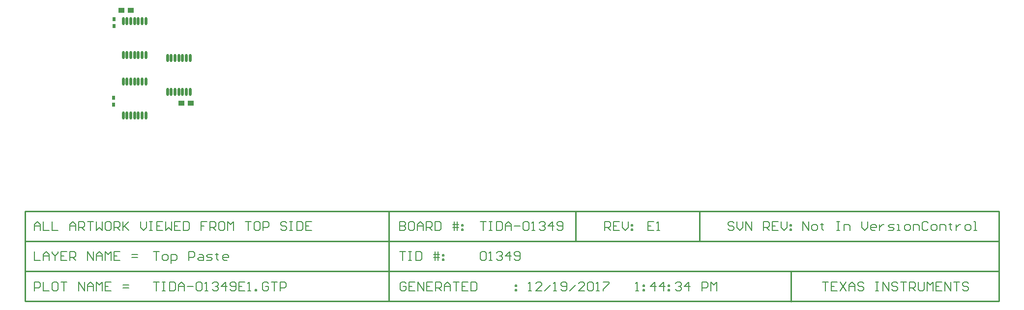
<source format=gtp>
G04 Layer_Color=9021481*
%FSAX25Y25*%
%MOIN*%
G70*
G01*
G75*
%ADD10O,0.01772X0.05512*%
%ADD11R,0.03937X0.03740*%
%ADD12R,0.02362X0.03150*%
%ADD14C,0.00800*%
%ADD16C,0.01000*%
G54D10*
X0121877Y0230014D02*
D03*
X0119318D02*
D03*
X0116759D02*
D03*
X0114200D02*
D03*
X0111641D02*
D03*
X0109082D02*
D03*
X0106523D02*
D03*
X0121877Y0206786D02*
D03*
X0119318D02*
D03*
X0116759D02*
D03*
X0114200D02*
D03*
X0111641D02*
D03*
X0109082D02*
D03*
X0106523D02*
D03*
X0121877Y0189014D02*
D03*
X0119318D02*
D03*
X0116759D02*
D03*
X0114200D02*
D03*
X0111641D02*
D03*
X0109082D02*
D03*
X0106523D02*
D03*
X0121877Y0165786D02*
D03*
X0119318D02*
D03*
X0116759D02*
D03*
X0114200D02*
D03*
X0111641D02*
D03*
X0109082D02*
D03*
X0106523D02*
D03*
X0136523Y0181786D02*
D03*
X0139082D02*
D03*
X0141641D02*
D03*
X0144200D02*
D03*
X0146759D02*
D03*
X0149318D02*
D03*
X0151877D02*
D03*
X0136523Y0205014D02*
D03*
X0139082D02*
D03*
X0141641D02*
D03*
X0144200D02*
D03*
X0146759D02*
D03*
X0149318D02*
D03*
X0151877D02*
D03*
G54D11*
X0105250Y0237300D02*
D03*
X0111550D02*
D03*
X0152150Y0174100D02*
D03*
X0145850D02*
D03*
G54D12*
X0100300Y0226438D02*
D03*
Y0231162D02*
D03*
X0099900Y0173238D02*
D03*
Y0177962D02*
D03*
G54D14*
X0126900Y0073549D02*
X0130899D01*
X0128899D01*
Y0067551D01*
X0133898D02*
X0135897D01*
X0136897Y0068550D01*
Y0070550D01*
X0135897Y0071549D01*
X0133898D01*
X0132898Y0070550D01*
Y0068550D01*
X0133898Y0067551D01*
X0138896Y0065551D02*
Y0071549D01*
X0141895D01*
X0142895Y0070550D01*
Y0068550D01*
X0141895Y0067551D01*
X0138896D01*
X0150892D02*
Y0073549D01*
X0153891D01*
X0154891Y0072549D01*
Y0070550D01*
X0153891Y0069550D01*
X0150892D01*
X0157890Y0071549D02*
X0159889D01*
X0160889Y0070550D01*
Y0067551D01*
X0157890D01*
X0156890Y0068550D01*
X0157890Y0069550D01*
X0160889D01*
X0162888Y0067551D02*
X0165887D01*
X0166887Y0068550D01*
X0165887Y0069550D01*
X0163888D01*
X0162888Y0070550D01*
X0163888Y0071549D01*
X0166887D01*
X0169886Y0072549D02*
Y0071549D01*
X0168886D01*
X0170886D01*
X0169886D01*
Y0068550D01*
X0170886Y0067551D01*
X0176884D02*
X0174884D01*
X0173885Y0068550D01*
Y0070550D01*
X0174884Y0071549D01*
X0176884D01*
X0177884Y0070550D01*
Y0069550D01*
X0173885D01*
X0567400Y0087833D02*
Y0093831D01*
X0571399Y0087833D01*
Y0093831D01*
X0574398Y0087833D02*
X0576397D01*
X0577397Y0088833D01*
Y0090832D01*
X0576397Y0091832D01*
X0574398D01*
X0573398Y0090832D01*
Y0088833D01*
X0574398Y0087833D01*
X0580396Y0092832D02*
Y0091832D01*
X0579396D01*
X0581395D01*
X0580396D01*
Y0088833D01*
X0581395Y0087833D01*
X0590393Y0093831D02*
X0592392D01*
X0591392D01*
Y0087833D01*
X0590393D01*
X0592392D01*
X0595391D02*
Y0091832D01*
X0598390D01*
X0599390Y0090832D01*
Y0087833D01*
X0607387Y0093831D02*
Y0089833D01*
X0609386Y0087833D01*
X0611386Y0089833D01*
Y0093831D01*
X0616384Y0087833D02*
X0614385D01*
X0613385Y0088833D01*
Y0090832D01*
X0614385Y0091832D01*
X0616384D01*
X0617384Y0090832D01*
Y0089833D01*
X0613385D01*
X0619383Y0091832D02*
Y0087833D01*
Y0089833D01*
X0620383Y0090832D01*
X0621383Y0091832D01*
X0622382D01*
X0625381Y0087833D02*
X0628380D01*
X0629380Y0088833D01*
X0628380Y0089833D01*
X0626381D01*
X0625381Y0090832D01*
X0626381Y0091832D01*
X0629380D01*
X0631379Y0087833D02*
X0633379D01*
X0632379D01*
Y0091832D01*
X0631379D01*
X0637377Y0087833D02*
X0639377D01*
X0640376Y0088833D01*
Y0090832D01*
X0639377Y0091832D01*
X0637377D01*
X0636378Y0090832D01*
Y0088833D01*
X0637377Y0087833D01*
X0642376D02*
Y0091832D01*
X0645375D01*
X0646374Y0090832D01*
Y0087833D01*
X0652373Y0092832D02*
X0651373Y0093831D01*
X0649373D01*
X0648374Y0092832D01*
Y0088833D01*
X0649373Y0087833D01*
X0651373D01*
X0652373Y0088833D01*
X0655372Y0087833D02*
X0657371D01*
X0658371Y0088833D01*
Y0090832D01*
X0657371Y0091832D01*
X0655372D01*
X0654372Y0090832D01*
Y0088833D01*
X0655372Y0087833D01*
X0660370D02*
Y0091832D01*
X0663369D01*
X0664369Y0090832D01*
Y0087833D01*
X0667368Y0092832D02*
Y0091832D01*
X0666368D01*
X0668367D01*
X0667368D01*
Y0088833D01*
X0668367Y0087833D01*
X0671366Y0091832D02*
Y0087833D01*
Y0089833D01*
X0672366Y0090832D01*
X0673366Y0091832D01*
X0674365D01*
X0678364Y0087833D02*
X0680364D01*
X0681363Y0088833D01*
Y0090832D01*
X0680364Y0091832D01*
X0678364D01*
X0677364Y0090832D01*
Y0088833D01*
X0678364Y0087833D01*
X0683362D02*
X0685362D01*
X0684362D01*
Y0093831D01*
X0683362D01*
X0520799Y0092832D02*
X0519799Y0093831D01*
X0517800D01*
X0516800Y0092832D01*
Y0091832D01*
X0517800Y0090832D01*
X0519799D01*
X0520799Y0089833D01*
Y0088833D01*
X0519799Y0087833D01*
X0517800D01*
X0516800Y0088833D01*
X0522798Y0093831D02*
Y0089833D01*
X0524797Y0087833D01*
X0526797Y0089833D01*
Y0093831D01*
X0528796Y0087833D02*
Y0093831D01*
X0532795Y0087833D01*
Y0093831D01*
X0540792Y0087833D02*
Y0093831D01*
X0543791D01*
X0544791Y0092832D01*
Y0090832D01*
X0543791Y0089833D01*
X0540792D01*
X0542792D02*
X0544791Y0087833D01*
X0550789Y0093831D02*
X0546790D01*
Y0087833D01*
X0550789D01*
X0546790Y0090832D02*
X0548790D01*
X0552788Y0093831D02*
Y0089833D01*
X0554788Y0087833D01*
X0556787Y0089833D01*
Y0093831D01*
X0558786Y0091832D02*
X0559786D01*
Y0090832D01*
X0558786D01*
Y0091832D01*
Y0088833D02*
X0559786D01*
Y0087833D01*
X0558786D01*
Y0088833D01*
X0433000Y0087833D02*
Y0093831D01*
X0435999D01*
X0436999Y0092832D01*
Y0090832D01*
X0435999Y0089833D01*
X0433000D01*
X0434999D02*
X0436999Y0087833D01*
X0442997Y0093831D02*
X0438998D01*
Y0087833D01*
X0442997D01*
X0438998Y0090832D02*
X0440997D01*
X0444996Y0093831D02*
Y0089833D01*
X0446995Y0087833D01*
X0448995Y0089833D01*
Y0093831D01*
X0450994Y0091832D02*
X0451994D01*
Y0090832D01*
X0450994D01*
Y0091832D01*
Y0088833D02*
X0451994D01*
Y0087833D01*
X0450994D01*
Y0088833D01*
X0126900Y0052965D02*
X0130899D01*
X0128899D01*
Y0046966D01*
X0132898Y0052965D02*
X0134897D01*
X0133898D01*
Y0046966D01*
X0132898D01*
X0134897D01*
X0137896Y0052965D02*
Y0046966D01*
X0140895D01*
X0141895Y0047966D01*
Y0051965D01*
X0140895Y0052965D01*
X0137896D01*
X0143895Y0046966D02*
Y0050965D01*
X0145894Y0052965D01*
X0147893Y0050965D01*
Y0046966D01*
Y0049966D01*
X0143895D01*
X0149893D02*
X0153891D01*
X0155891Y0051965D02*
X0156890Y0052965D01*
X0158890D01*
X0159889Y0051965D01*
Y0047966D01*
X0158890Y0046966D01*
X0156890D01*
X0155891Y0047966D01*
Y0051965D01*
X0161889Y0046966D02*
X0163888D01*
X0162888D01*
Y0052965D01*
X0161889Y0051965D01*
X0166887D02*
X0167887Y0052965D01*
X0169886D01*
X0170886Y0051965D01*
Y0050965D01*
X0169886Y0049966D01*
X0168886D01*
X0169886D01*
X0170886Y0048966D01*
Y0047966D01*
X0169886Y0046966D01*
X0167887D01*
X0166887Y0047966D01*
X0175884Y0046966D02*
Y0052965D01*
X0172885Y0049966D01*
X0176884D01*
X0178883Y0047966D02*
X0179883Y0046966D01*
X0181882D01*
X0182882Y0047966D01*
Y0051965D01*
X0181882Y0052965D01*
X0179883D01*
X0178883Y0051965D01*
Y0050965D01*
X0179883Y0049966D01*
X0182882D01*
X0188880Y0052965D02*
X0184881D01*
Y0046966D01*
X0188880D01*
X0184881Y0049966D02*
X0186881D01*
X0190879Y0046966D02*
X0192879D01*
X0191879D01*
Y0052965D01*
X0190879Y0051965D01*
X0195878Y0046966D02*
Y0047966D01*
X0196877D01*
Y0046966D01*
X0195878D01*
X0204875Y0051965D02*
X0203875Y0052965D01*
X0201876D01*
X0200876Y0051965D01*
Y0047966D01*
X0201876Y0046966D01*
X0203875D01*
X0204875Y0047966D01*
Y0049966D01*
X0202875D01*
X0206874Y0052965D02*
X0210873D01*
X0208874D01*
Y0046966D01*
X0212872D02*
Y0052965D01*
X0215871D01*
X0216871Y0051965D01*
Y0049966D01*
X0215871Y0048966D01*
X0212872D01*
X0381150Y0046966D02*
X0383149D01*
X0382150D01*
Y0052965D01*
X0381150Y0051965D01*
X0390147Y0046966D02*
X0386148D01*
X0390147Y0050965D01*
Y0051965D01*
X0389147Y0052965D01*
X0387148D01*
X0386148Y0051965D01*
X0392146Y0046966D02*
X0396145Y0050965D01*
X0398145Y0046966D02*
X0400144D01*
X0399144D01*
Y0052965D01*
X0398145Y0051965D01*
X0403143Y0047966D02*
X0404143Y0046966D01*
X0406142D01*
X0407142Y0047966D01*
Y0051965D01*
X0406142Y0052965D01*
X0404143D01*
X0403143Y0051965D01*
Y0050965D01*
X0404143Y0049966D01*
X0407142D01*
X0409141Y0046966D02*
X0413140Y0050965D01*
X0419138Y0046966D02*
X0415139D01*
X0419138Y0050965D01*
Y0051965D01*
X0418138Y0052965D01*
X0416139D01*
X0415139Y0051965D01*
X0421137D02*
X0422137Y0052965D01*
X0424136D01*
X0425136Y0051965D01*
Y0047966D01*
X0424136Y0046966D01*
X0422137D01*
X0421137Y0047966D01*
Y0051965D01*
X0427135Y0046966D02*
X0429135D01*
X0428135D01*
Y0052965D01*
X0427135Y0051965D01*
X0432133Y0052965D02*
X0436132D01*
Y0051965D01*
X0432133Y0047966D01*
Y0046966D01*
X0298199Y0051965D02*
X0297199Y0052965D01*
X0295200D01*
X0294200Y0051965D01*
Y0047966D01*
X0295200Y0046966D01*
X0297199D01*
X0298199Y0047966D01*
Y0049966D01*
X0296199D01*
X0304197Y0052965D02*
X0300198D01*
Y0046966D01*
X0304197D01*
X0300198Y0049966D02*
X0302197D01*
X0306196Y0046966D02*
Y0052965D01*
X0310195Y0046966D01*
Y0052965D01*
X0316193D02*
X0312194D01*
Y0046966D01*
X0316193D01*
X0312194Y0049966D02*
X0314194D01*
X0318192Y0046966D02*
Y0052965D01*
X0321191D01*
X0322191Y0051965D01*
Y0049966D01*
X0321191Y0048966D01*
X0318192D01*
X0320192D02*
X0322191Y0046966D01*
X0324190D02*
Y0050965D01*
X0326190Y0052965D01*
X0328189Y0050965D01*
Y0046966D01*
Y0049966D01*
X0324190D01*
X0330188Y0052965D02*
X0334187D01*
X0332188D01*
Y0046966D01*
X0340185Y0052965D02*
X0336186D01*
Y0046966D01*
X0340185D01*
X0336186Y0049966D02*
X0338186D01*
X0342184Y0052965D02*
Y0046966D01*
X0345183D01*
X0346183Y0047966D01*
Y0051965D01*
X0345183Y0052965D01*
X0342184D01*
X0372175Y0050965D02*
X0373175D01*
Y0049966D01*
X0372175D01*
Y0050965D01*
Y0047966D02*
X0373175D01*
Y0046966D01*
X0372175D01*
Y0047966D01*
X0046350Y0087833D02*
Y0091832D01*
X0048349Y0093831D01*
X0050349Y0091832D01*
Y0087833D01*
Y0090832D01*
X0046350D01*
X0052348Y0093831D02*
Y0087833D01*
X0056347D01*
X0058346Y0093831D02*
Y0087833D01*
X0062345D01*
X0070342D02*
Y0091832D01*
X0072342Y0093831D01*
X0074341Y0091832D01*
Y0087833D01*
Y0090832D01*
X0070342D01*
X0076340Y0087833D02*
Y0093831D01*
X0079339D01*
X0080339Y0092832D01*
Y0090832D01*
X0079339Y0089833D01*
X0076340D01*
X0078340D02*
X0080339Y0087833D01*
X0082338Y0093831D02*
X0086337D01*
X0084338D01*
Y0087833D01*
X0088336Y0093831D02*
Y0087833D01*
X0090336Y0089833D01*
X0092335Y0087833D01*
Y0093831D01*
X0097334D02*
X0095334D01*
X0094335Y0092832D01*
Y0088833D01*
X0095334Y0087833D01*
X0097334D01*
X0098333Y0088833D01*
Y0092832D01*
X0097334Y0093831D01*
X0100332Y0087833D02*
Y0093831D01*
X0103332D01*
X0104331Y0092832D01*
Y0090832D01*
X0103332Y0089833D01*
X0100332D01*
X0102332D02*
X0104331Y0087833D01*
X0106331Y0093831D02*
Y0087833D01*
Y0089833D01*
X0110329Y0093831D01*
X0107330Y0090832D01*
X0110329Y0087833D01*
X0118327Y0093831D02*
Y0089833D01*
X0120326Y0087833D01*
X0122325Y0089833D01*
Y0093831D01*
X0124325D02*
X0126324D01*
X0125324D01*
Y0087833D01*
X0124325D01*
X0126324D01*
X0133322Y0093831D02*
X0129323D01*
Y0087833D01*
X0133322D01*
X0129323Y0090832D02*
X0131323D01*
X0135321Y0093831D02*
Y0087833D01*
X0137321Y0089833D01*
X0139320Y0087833D01*
Y0093831D01*
X0145318D02*
X0141319D01*
Y0087833D01*
X0145318D01*
X0141319Y0090832D02*
X0143319D01*
X0147317Y0093831D02*
Y0087833D01*
X0150316D01*
X0151316Y0088833D01*
Y0092832D01*
X0150316Y0093831D01*
X0147317D01*
X0163312D02*
X0159313D01*
Y0090832D01*
X0161313D01*
X0159313D01*
Y0087833D01*
X0165312D02*
Y0093831D01*
X0168310D01*
X0169310Y0092832D01*
Y0090832D01*
X0168310Y0089833D01*
X0165312D01*
X0167311D02*
X0169310Y0087833D01*
X0174309Y0093831D02*
X0172309D01*
X0171310Y0092832D01*
Y0088833D01*
X0172309Y0087833D01*
X0174309D01*
X0175308Y0088833D01*
Y0092832D01*
X0174309Y0093831D01*
X0177308Y0087833D02*
Y0093831D01*
X0179307Y0091832D01*
X0181306Y0093831D01*
Y0087833D01*
X0189304Y0093831D02*
X0193303D01*
X0191303D01*
Y0087833D01*
X0198301Y0093831D02*
X0196301D01*
X0195302Y0092832D01*
Y0088833D01*
X0196301Y0087833D01*
X0198301D01*
X0199301Y0088833D01*
Y0092832D01*
X0198301Y0093831D01*
X0201300Y0087833D02*
Y0093831D01*
X0204299D01*
X0205299Y0092832D01*
Y0090832D01*
X0204299Y0089833D01*
X0201300D01*
X0217295Y0092832D02*
X0216295Y0093831D01*
X0214296D01*
X0213296Y0092832D01*
Y0091832D01*
X0214296Y0090832D01*
X0216295D01*
X0217295Y0089833D01*
Y0088833D01*
X0216295Y0087833D01*
X0214296D01*
X0213296Y0088833D01*
X0219294Y0093831D02*
X0221293D01*
X0220294D01*
Y0087833D01*
X0219294D01*
X0221293D01*
X0224292Y0093831D02*
Y0087833D01*
X0227291D01*
X0228291Y0088833D01*
Y0092832D01*
X0227291Y0093831D01*
X0224292D01*
X0234289D02*
X0230291D01*
Y0087833D01*
X0234289D01*
X0230291Y0090832D02*
X0232290D01*
X0466149Y0093831D02*
X0462150D01*
Y0087833D01*
X0466149D01*
X0462150Y0090832D02*
X0464149D01*
X0468148Y0087833D02*
X0470147D01*
X0469148D01*
Y0093831D01*
X0468148Y0092832D01*
X0348550Y0093831D02*
X0352549D01*
X0350549D01*
Y0087833D01*
X0354548Y0093831D02*
X0356547D01*
X0355548D01*
Y0087833D01*
X0354548D01*
X0356547D01*
X0359546Y0093831D02*
Y0087833D01*
X0362545D01*
X0363545Y0088833D01*
Y0092832D01*
X0362545Y0093831D01*
X0359546D01*
X0365545Y0087833D02*
Y0091832D01*
X0367544Y0093831D01*
X0369543Y0091832D01*
Y0087833D01*
Y0090832D01*
X0365545D01*
X0371543D02*
X0375541D01*
X0377541Y0092832D02*
X0378540Y0093831D01*
X0380540D01*
X0381539Y0092832D01*
Y0088833D01*
X0380540Y0087833D01*
X0378540D01*
X0377541Y0088833D01*
Y0092832D01*
X0383539Y0087833D02*
X0385538D01*
X0384538D01*
Y0093831D01*
X0383539Y0092832D01*
X0388537D02*
X0389537Y0093831D01*
X0391536D01*
X0392536Y0092832D01*
Y0091832D01*
X0391536Y0090832D01*
X0390536D01*
X0391536D01*
X0392536Y0089833D01*
Y0088833D01*
X0391536Y0087833D01*
X0389537D01*
X0388537Y0088833D01*
X0397534Y0087833D02*
Y0093831D01*
X0394535Y0090832D01*
X0398534D01*
X0400533Y0088833D02*
X0401533Y0087833D01*
X0403532D01*
X0404532Y0088833D01*
Y0092832D01*
X0403532Y0093831D01*
X0401533D01*
X0400533Y0092832D01*
Y0091832D01*
X0401533Y0090832D01*
X0404532D01*
X0294000Y0093831D02*
Y0087833D01*
X0296999D01*
X0297999Y0088833D01*
Y0089833D01*
X0296999Y0090832D01*
X0294000D01*
X0296999D01*
X0297999Y0091832D01*
Y0092832D01*
X0296999Y0093831D01*
X0294000D01*
X0302997D02*
X0300998D01*
X0299998Y0092832D01*
Y0088833D01*
X0300998Y0087833D01*
X0302997D01*
X0303997Y0088833D01*
Y0092832D01*
X0302997Y0093831D01*
X0305996Y0087833D02*
Y0091832D01*
X0307996Y0093831D01*
X0309995Y0091832D01*
Y0087833D01*
Y0090832D01*
X0305996D01*
X0311994Y0087833D02*
Y0093831D01*
X0314993D01*
X0315993Y0092832D01*
Y0090832D01*
X0314993Y0089833D01*
X0311994D01*
X0313994D02*
X0315993Y0087833D01*
X0317992Y0093831D02*
Y0087833D01*
X0320991D01*
X0321991Y0088833D01*
Y0092832D01*
X0320991Y0093831D01*
X0317992D01*
X0330988Y0087833D02*
Y0093831D01*
X0332987D02*
Y0087833D01*
X0329988Y0091832D02*
X0332987D01*
X0333987D01*
X0329988Y0089833D02*
X0333987D01*
X0335986Y0091832D02*
X0336986D01*
Y0090832D01*
X0335986D01*
Y0091832D01*
Y0088833D02*
X0336986D01*
Y0087833D01*
X0335986D01*
Y0088833D01*
X0046350Y0073549D02*
Y0067551D01*
X0050349D01*
X0052348D02*
Y0071549D01*
X0054347Y0073549D01*
X0056347Y0071549D01*
Y0067551D01*
Y0070550D01*
X0052348D01*
X0058346Y0073549D02*
Y0072549D01*
X0060346Y0070550D01*
X0062345Y0072549D01*
Y0073549D01*
X0060346Y0070550D02*
Y0067551D01*
X0068343Y0073549D02*
X0064344D01*
Y0067551D01*
X0068343D01*
X0064344Y0070550D02*
X0066343D01*
X0070342Y0067551D02*
Y0073549D01*
X0073341D01*
X0074341Y0072549D01*
Y0070550D01*
X0073341Y0069550D01*
X0070342D01*
X0072342D02*
X0074341Y0067551D01*
X0082338D02*
Y0073549D01*
X0086337Y0067551D01*
Y0073549D01*
X0088336Y0067551D02*
Y0071549D01*
X0090336Y0073549D01*
X0092335Y0071549D01*
Y0067551D01*
Y0070550D01*
X0088336D01*
X0094335Y0067551D02*
Y0073549D01*
X0096334Y0071549D01*
X0098333Y0073549D01*
Y0067551D01*
X0104331Y0073549D02*
X0100332D01*
Y0067551D01*
X0104331D01*
X0100332Y0070550D02*
X0102332D01*
X0112329Y0069550D02*
X0116327D01*
X0112329Y0071549D02*
X0116327D01*
X0046350Y0046966D02*
Y0052965D01*
X0049349D01*
X0050349Y0051965D01*
Y0049966D01*
X0049349Y0048966D01*
X0046350D01*
X0052348Y0052965D02*
Y0046966D01*
X0056347D01*
X0061345Y0052965D02*
X0059346D01*
X0058346Y0051965D01*
Y0047966D01*
X0059346Y0046966D01*
X0061345D01*
X0062345Y0047966D01*
Y0051965D01*
X0061345Y0052965D01*
X0064344D02*
X0068343D01*
X0066343D01*
Y0046966D01*
X0076340D02*
Y0052965D01*
X0080339Y0046966D01*
Y0052965D01*
X0082338Y0046966D02*
Y0050965D01*
X0084338Y0052965D01*
X0086337Y0050965D01*
Y0046966D01*
Y0049966D01*
X0082338D01*
X0088336Y0046966D02*
Y0052965D01*
X0090336Y0050965D01*
X0092335Y0052965D01*
Y0046966D01*
X0098333Y0052965D02*
X0094335D01*
Y0046966D01*
X0098333D01*
X0094335Y0049966D02*
X0096334D01*
X0106331Y0048966D02*
X0110329D01*
X0106331Y0050965D02*
X0110329D01*
X0454050Y0046966D02*
X0456049D01*
X0455050D01*
Y0052965D01*
X0454050Y0051965D01*
X0459048Y0050965D02*
X0460048D01*
Y0049966D01*
X0459048D01*
Y0050965D01*
Y0047966D02*
X0460048D01*
Y0046966D01*
X0459048D01*
Y0047966D01*
X0467046Y0046966D02*
Y0052965D01*
X0464047Y0049966D01*
X0468046D01*
X0473044Y0046966D02*
Y0052965D01*
X0470045Y0049966D01*
X0474044D01*
X0476043Y0050965D02*
X0477043D01*
Y0049966D01*
X0476043D01*
Y0050965D01*
Y0047966D02*
X0477043D01*
Y0046966D01*
X0476043D01*
Y0047966D01*
X0481041Y0051965D02*
X0482041Y0052965D01*
X0484040D01*
X0485040Y0051965D01*
Y0050965D01*
X0484040Y0049966D01*
X0483041D01*
X0484040D01*
X0485040Y0048966D01*
Y0047966D01*
X0484040Y0046966D01*
X0482041D01*
X0481041Y0047966D01*
X0490038Y0046966D02*
Y0052965D01*
X0487039Y0049966D01*
X0491038D01*
X0499035Y0046966D02*
Y0052965D01*
X0502035D01*
X0503034Y0051965D01*
Y0049966D01*
X0502035Y0048966D01*
X0499035D01*
X0505033Y0046966D02*
Y0052965D01*
X0507033Y0050965D01*
X0509032Y0052965D01*
Y0046966D01*
X0580500Y0052965D02*
X0584499D01*
X0582499D01*
Y0046966D01*
X0590497Y0052965D02*
X0586498D01*
Y0046966D01*
X0590497D01*
X0586498Y0049966D02*
X0588497D01*
X0592496Y0052965D02*
X0596495Y0046966D01*
Y0052965D02*
X0592496Y0046966D01*
X0598494D02*
Y0050965D01*
X0600493Y0052965D01*
X0602493Y0050965D01*
Y0046966D01*
Y0049966D01*
X0598494D01*
X0608491Y0051965D02*
X0607491Y0052965D01*
X0605492D01*
X0604492Y0051965D01*
Y0050965D01*
X0605492Y0049966D01*
X0607491D01*
X0608491Y0048966D01*
Y0047966D01*
X0607491Y0046966D01*
X0605492D01*
X0604492Y0047966D01*
X0616488Y0052965D02*
X0618488D01*
X0617488D01*
Y0046966D01*
X0616488D01*
X0618488D01*
X0621487D02*
Y0052965D01*
X0625486Y0046966D01*
Y0052965D01*
X0631484Y0051965D02*
X0630484Y0052965D01*
X0628484D01*
X0627485Y0051965D01*
Y0050965D01*
X0628484Y0049966D01*
X0630484D01*
X0631484Y0048966D01*
Y0047966D01*
X0630484Y0046966D01*
X0628484D01*
X0627485Y0047966D01*
X0633483Y0052965D02*
X0637482D01*
X0635482D01*
Y0046966D01*
X0639481D02*
Y0052965D01*
X0642480D01*
X0643480Y0051965D01*
Y0049966D01*
X0642480Y0048966D01*
X0639481D01*
X0641480D02*
X0643480Y0046966D01*
X0645479Y0052965D02*
Y0047966D01*
X0646479Y0046966D01*
X0648478D01*
X0649478Y0047966D01*
Y0052965D01*
X0651477Y0046966D02*
Y0052965D01*
X0653476Y0050965D01*
X0655476Y0052965D01*
Y0046966D01*
X0661474Y0052965D02*
X0657475D01*
Y0046966D01*
X0661474D01*
X0657475Y0049966D02*
X0659474D01*
X0663473Y0046966D02*
Y0052965D01*
X0667472Y0046966D01*
Y0052965D01*
X0669471D02*
X0673470D01*
X0671471D01*
Y0046966D01*
X0679468Y0051965D02*
X0678468Y0052965D01*
X0676469D01*
X0675469Y0051965D01*
Y0050965D01*
X0676469Y0049966D01*
X0678468D01*
X0679468Y0048966D01*
Y0047966D01*
X0678468Y0046966D01*
X0676469D01*
X0675469Y0047966D01*
X0294000Y0073498D02*
X0297999D01*
X0295999D01*
Y0067500D01*
X0299998Y0073498D02*
X0301997D01*
X0300998D01*
Y0067500D01*
X0299998D01*
X0301997D01*
X0304996Y0073498D02*
Y0067500D01*
X0307996D01*
X0308995Y0068500D01*
Y0072498D01*
X0307996Y0073498D01*
X0304996D01*
X0317992Y0067500D02*
Y0073498D01*
X0319992D02*
Y0067500D01*
X0316993Y0071499D02*
X0319992D01*
X0320991D01*
X0316993Y0069499D02*
X0320991D01*
X0322991Y0071499D02*
X0323990D01*
Y0070499D01*
X0322991D01*
Y0071499D01*
Y0068500D02*
X0323990D01*
Y0067500D01*
X0322991D01*
Y0068500D01*
X0348550Y0072498D02*
X0349550Y0073498D01*
X0351549D01*
X0352549Y0072498D01*
Y0068500D01*
X0351549Y0067500D01*
X0349550D01*
X0348550Y0068500D01*
Y0072498D01*
X0354548Y0067500D02*
X0356547D01*
X0355548D01*
Y0073498D01*
X0354548Y0072498D01*
X0359546D02*
X0360546Y0073498D01*
X0362545D01*
X0363545Y0072498D01*
Y0071499D01*
X0362545Y0070499D01*
X0361546D01*
X0362545D01*
X0363545Y0069499D01*
Y0068500D01*
X0362545Y0067500D01*
X0360546D01*
X0359546Y0068500D01*
X0368544Y0067500D02*
Y0073498D01*
X0365545Y0070499D01*
X0369543D01*
X0371543Y0068500D02*
X0372542Y0067500D01*
X0374542D01*
X0375541Y0068500D01*
Y0072498D01*
X0374542Y0073498D01*
X0372542D01*
X0371543Y0072498D01*
Y0071499D01*
X0372542Y0070499D01*
X0375541D01*
G54D16*
X0497200Y0080717D02*
Y0101050D01*
X0413200Y0080717D02*
Y0101050D01*
X0040000Y0080717D02*
X0700200D01*
X0040000Y0060383D02*
X0700000D01*
X0040000Y0040050D02*
X0440500D01*
X0040050Y0101050D02*
X0700200D01*
X0040050Y0040050D02*
Y0101050D01*
Y0040050D02*
X0197600D01*
X0040000D02*
Y0101050D01*
X0286500Y0040050D02*
Y0101050D01*
X0700200Y0040050D02*
Y0101050D01*
X0440500Y0040050D02*
X0700200D01*
X0559400Y0039400D02*
Y0059683D01*
M02*

</source>
